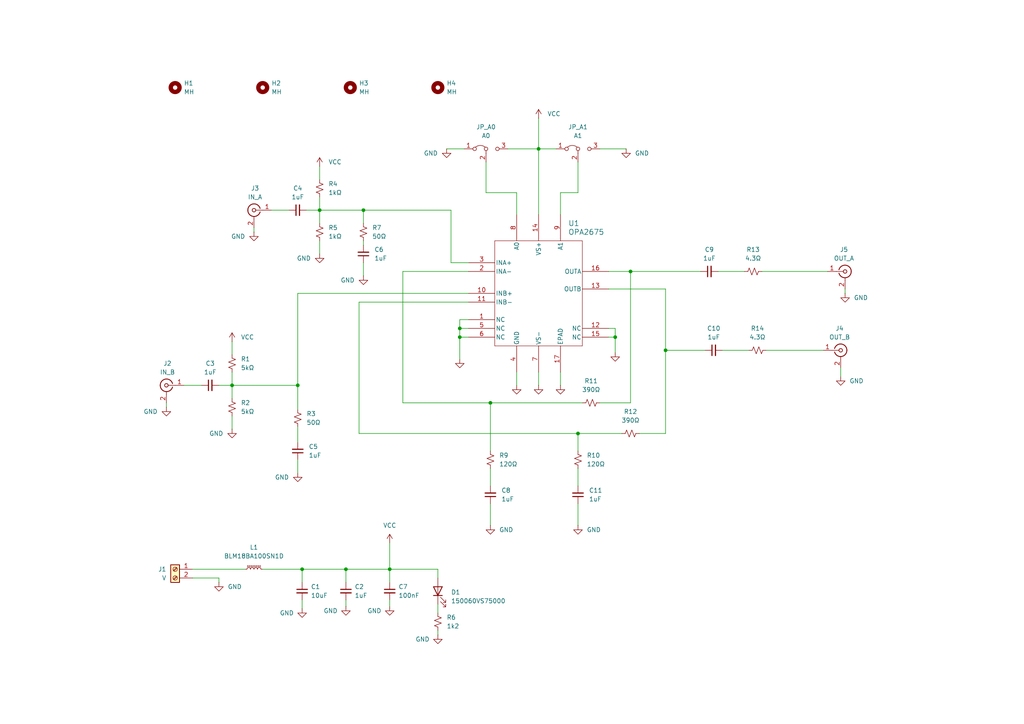
<source format=kicad_sch>
(kicad_sch (version 20231120) (generator "eeschema") (generator_version "8.0")
  (paper "A4")
  (lib_symbols
    (symbol "Connector:Conn_Coaxial" (pin_names (offset 1.016) hide)
      (property "Reference" "J" (at 0.254 3.048 0))
      (property "Value" "Conn_Coaxial" (at 2.921 0 90))
      (symbol "Conn_Coaxial_0_1"
        (arc (start -1.778 -0.508) (mid 0.2311 -1.8066) (end 1.778 0) (stroke (width 0.254)))
        (polyline (pts (xy -2.54 0) (xy -0.508 0)))
        (polyline (pts (xy 0 -2.54) (xy 0 -1.778)))
        (circle (center 0 0) (radius 0.508) (stroke (width 0.2032)))
        (arc (start 1.778 0) (mid 0.2099 1.8101) (end -1.778 0.508) (stroke (width 0.254)))
      )
      (symbol "Conn_Coaxial_1_1"
        (pin passive line (at -5.08 0 0) (length 2.54) (name "In") (number "1"))
        (pin passive line (at 0 -5.08 90) (length 2.54) (name "Ext") (number "2"))
      )
    )
    (symbol "Connector:Screw_Terminal_01x02" (pin_names (offset 1.016) hide)
      (property "Reference" "J" (at 0 2.54 0))
      (property "Value" "Screw_Terminal_01x02" (at 0 -5.08 0))
      (symbol "Screw_Terminal_01x02_1_1"
        (rectangle (start -1.27 1.27) (end 1.27 -3.81) (stroke (width 0.254)) (fill (type background)))
        (circle (center 0 -2.54) (radius 0.635) (stroke (width 0.1524)))
        (polyline (pts (xy -0.5334 -2.2098) (xy 0.3302 -3.048)) (stroke (width 0.1524)))
        (polyline (pts (xy -0.5334 0.3302) (xy 0.3302 -0.508)) (stroke (width 0.1524)))
        (polyline (pts (xy -0.3556 -2.032) (xy 0.508 -2.8702)) (stroke (width 0.1524)))
        (polyline (pts (xy -0.3556 0.508) (xy 0.508 -0.3302)) (stroke (width 0.1524)))
        (circle (center 0 0) (radius 0.635) (stroke (width 0.1524)))
        (pin passive line (at -5.08 0 0) (length 3.81) (name "Pin_1") (number "1"))
        (pin passive line (at -5.08 -2.54 0) (length 3.81) (name "Pin_2") (number "2"))
      )
    )
    (symbol "Device:C_Small" (pin_numbers hide) (pin_names (offset 0.254) hide)
      (property "Reference" "C" (at 0.254 1.778 0))
      (property "Value" "C_Small" (at 0.254 -2.032 0))
      (symbol "C_Small_0_1"
        (polyline (pts (xy -1.524 -0.508) (xy 1.524 -0.508)) (stroke (width 0.3302)))
        (polyline (pts (xy -1.524 0.508) (xy 1.524 0.508)) (stroke (width 0.3048)))
      )
      (symbol "C_Small_1_1"
        (pin passive line (at 0 2.54 270) (length 2.032) (name "~") (number "1"))
        (pin passive line (at 0 -2.54 90) (length 2.032) (name "~") (number "2"))
      )
    )
    (symbol "Device:LED" (pin_numbers hide) (pin_names (offset 1.016) hide)
      (property "Reference" "D" (at 0 2.54 0))
      (property "Value" "LED" (at 0 -2.54 0))
      (symbol "LED_0_1"
        (polyline (pts (xy -1.27 -1.27) (xy -1.27 1.27)) (stroke (width 0.254)))
        (polyline (pts (xy -1.27 0) (xy 1.27 0)))
        (polyline (pts (xy 1.27 -1.27) (xy 1.27 1.27) (xy -1.27 0) (xy 1.27 -1.27)) (stroke (width 0.254)))
        (polyline (pts (xy -3.048 -0.762) (xy -4.572 -2.286) (xy -3.81 -2.286) (xy -4.572 -2.286) (xy -4.572 -1.524)))
        (polyline (pts (xy -1.778 -0.762) (xy -3.302 -2.286) (xy -2.54 -2.286) (xy -3.302 -2.286) (xy -3.302 -1.524)))
      )
      (symbol "LED_1_1"
        (pin passive line (at -3.81 0 0) (length 2.54) (name "K") (number "1"))
        (pin passive line (at 3.81 0 180) (length 2.54) (name "A") (number "2"))
      )
    )
    (symbol "Device:L_Ferrite_Small" (pin_numbers hide) (pin_names (offset 0.254) hide)
      (property "Reference" "L" (at 1.27 1.016 0))
      (property "Value" "L_Ferrite_Small" (at 1.27 -1.27 0))
      (symbol "L_Ferrite_Small_0_1"
        (arc (start 0 -2.032) (mid 0.5058 -1.524) (end 0 -1.016))
        (arc (start 0 -1.016) (mid 0.5058 -0.508) (end 0 0))
        (polyline (pts (xy 0.762 -1.905) (xy 0.762 -1.651)))
        (polyline (pts (xy 0.762 -1.397) (xy 0.762 -1.143)))
        (polyline (pts (xy 0.762 -0.889) (xy 0.762 -0.635)))
        (polyline (pts (xy 0.762 -0.381) (xy 0.762 -0.127)))
        (polyline (pts (xy 0.762 0.127) (xy 0.762 0.381)))
        (polyline (pts (xy 0.762 0.635) (xy 0.762 0.889)))
        (polyline (pts (xy 0.762 1.143) (xy 0.762 1.397)))
        (polyline (pts (xy 0.762 1.651) (xy 0.762 1.905)))
        (polyline (pts (xy 1.016 -1.651) (xy 1.016 -1.905)))
        (polyline (pts (xy 1.016 -1.143) (xy 1.016 -1.397)))
        (polyline (pts (xy 1.016 -0.635) (xy 1.016 -0.889)))
        (polyline (pts (xy 1.016 -0.127) (xy 1.016 -0.381)))
        (polyline (pts (xy 1.016 0.381) (xy 1.016 0.127)))
        (polyline (pts (xy 1.016 0.889) (xy 1.016 0.635)))
        (polyline (pts (xy 1.016 1.397) (xy 1.016 1.143)))
        (polyline (pts (xy 1.016 1.905) (xy 1.016 1.651)))
        (arc (start 0 0) (mid 0.5058 0.508) (end 0 1.016))
        (arc (start 0 1.016) (mid 0.5058 1.524) (end 0 2.032))
      )
      (symbol "L_Ferrite_Small_1_1"
        (pin passive line (at 0 2.54 270) (length 0.508) (name "~") (number "1"))
        (pin passive line (at 0 -2.54 90) (length 0.508) (name "~") (number "2"))
      )
    )
    (symbol "Device:R_Small_US" (pin_numbers hide) (pin_names (offset 0.254) hide)
      (property "Reference" "R" (at 0.762 0.508 0))
      (property "Value" "R_Small_US" (at 0.762 -1.016 0))
      (symbol "R_Small_US_1_1"
        (polyline (pts (xy 0 0) (xy 1.016 -0.381) (xy 0 -0.762) (xy -1.016 -1.143) (xy 0 -1.524)))
        (polyline (pts (xy 0 1.524) (xy 1.016 1.143) (xy 0 0.762) (xy -1.016 0.381) (xy 0 0)))
        (pin passive line (at 0 2.54 270) (length 1.016) (name "~") (number "1"))
        (pin passive line (at 0 -2.54 90) (length 1.016) (name "~") (number "2"))
      )
    )
    (symbol "Jumper:Jumper_3_Bridged12" (pin_names (offset 0) hide) (exclude_from_sim yes) (in_bom no)
      (property "Reference" "JP" (at -2.54 -2.54 0))
      (property "Value" "Jumper_3_Bridged12" (at 0 2.794 0))
      (symbol "Jumper_3_Bridged12_0_0"
        (circle (center -3.302 0) (radius 0.508))
        (circle (center 0 0) (radius 0.508))
        (circle (center 3.302 0) (radius 0.508))
      )
      (symbol "Jumper_3_Bridged12_0_1"
        (arc (start -0.254 0.508) (mid -1.651 0.9912) (end -3.048 0.508))
        (polyline (pts (xy 0 -1.27) (xy 0 -0.508)))
      )
      (symbol "Jumper_3_Bridged12_1_1"
        (pin passive line (at -6.35 0 0) (length 2.54) (name "A") (number "1"))
        (pin passive line (at 0 -3.81 90) (length 2.54) (name "C") (number "2"))
        (pin passive line (at 6.35 0 180) (length 2.54) (name "B") (number "3"))
      )
    )
    (symbol "Lumicom_Transmitter:OPA2675" (pin_names (offset 0.254))
      (property "Reference" "U1" (at 21.2741 5.08 0))
      (property "Value" "OPA2675" (at 21.2741 2.54 0))
      (symbol "OPA2675_0_1"
        (polyline (pts (xy 0 -30.48) (xy 25.4 -30.48)) (stroke (width 0.127)))
        (polyline (pts (xy 0 0) (xy 0 -30.48)) (stroke (width 0.127)))
        (polyline (pts (xy 25.4 -30.48) (xy 25.4 0)) (stroke (width 0.127)))
        (polyline (pts (xy 25.4 0) (xy 0 0)) (stroke (width 0.127)))
        (pin input line (at -7.62 -15.24 0) (length 7.62) (name "INB+") (number "10"))
        (pin input line (at -7.62 -17.78 0) (length 7.62) (name "INB-") (number "11"))
        (pin output line (at 33.02 -13.97 180) (length 7.62) (name "OUTB") (number "13"))
        (pin power_in line (at 12.7 7.62 270) (length 7.62) (name "VS+") (number "14"))
        (pin output line (at 33.02 -8.89 180) (length 7.62) (name "OUTA") (number "16"))
        (pin unspecified line (at 19.05 -38.1 90) (length 7.62) (name "EPAD") (number "17"))
        (pin input line (at -7.62 -8.89 0) (length 7.62) (name "INA-") (number "2"))
        (pin input line (at -7.62 -6.35 0) (length 7.62) (name "INA+") (number "3"))
        (pin power_in line (at 6.35 -38.1 90) (length 7.62) (name "GND") (number "4"))
        (pin power_in line (at 12.7 -38.1 90) (length 7.62) (name "VS-") (number "7"))
        (pin input line (at 6.35 7.62 270) (length 7.62) (name "A0") (number "8"))
        (pin input line (at 19.05 7.62 270) (length 7.62) (name "A1") (number "9"))
      )
      (symbol "OPA2675_1_1"
        (pin unspecified line (at -7.62 -22.86 0) (length 7.62) (name "NC") (number "1"))
        (pin unspecified line (at 33.02 -25.4 180) (length 7.62) (name "NC") (number "12"))
        (pin unspecified line (at 33.02 -27.94 180) (length 7.62) (name "NC") (number "15"))
        (pin unspecified line (at -7.62 -25.4 0) (length 7.62) (name "NC") (number "5"))
        (pin unspecified line (at -7.62 -27.94 0) (length 7.62) (name "NC") (number "6"))
      )
    )
    (symbol "Mechanical:MountingHole" (pin_names (offset 1.016)) (exclude_from_sim yes) (in_bom no)
      (property "Reference" "H" (at 0 5.08 0))
      (property "Value" "MountingHole" (at 0 3.175 0))
      (symbol "MountingHole_0_1"
        (circle (center 0 0) (radius 1.27) (stroke (width 1.27)))
      )
    )
    (symbol "power:GND" (power) (pin_numbers hide) (pin_names (offset 0) hide)
      (property "Value" "GND" (at 0 -3.81 0))
      (symbol "GND_0_1"
        (polyline (pts (xy 0 0) (xy 0 -1.27) (xy 1.27 -1.27) (xy 0 -2.54) (xy -1.27 -1.27) (xy 0 -1.27)))
      )
      (symbol "GND_1_1"
        (pin power_in line (at 0 0 270) (length 0) (name "~") (number "1"))
      )
    )
    (symbol "power:VCC" (power) (pin_numbers hide) (pin_names (offset 0) hide)
      (property "Value" "VCC" (at 0 3.556 0))
      (symbol "VCC_0_1"
        (polyline (pts (xy -0.762 1.27) (xy 0 2.54)))
        (polyline (pts (xy 0 0) (xy 0 2.54)))
        (polyline (pts (xy 0 2.54) (xy 0.762 1.27)))
      )
      (symbol "VCC_1_1"
        (pin power_in line (at 0 0 90) (length 0) (name "~") (number "1"))
      )
    )
  )
  (junction (at 142.24 116.84))
  (junction (at 193.04 101.6))
  (junction (at 178.435 97.79))
  (junction (at 67.31 111.76))
  (junction (at 182.88 78.74))
  (junction (at 133.35 97.79))
  (junction (at 100.33 165.1))
  (junction (at 86.36 111.76))
  (junction (at 156.21 43.18))
  (junction (at 133.35 95.25))
  (junction (at 105.41 60.96))
  (junction (at 87.63 165.1))
  (junction (at 92.71 60.96))
  (junction (at 113.03 165.1))
  (junction (at 167.64 125.73))
  (wire (pts (xy 73.66 66.04) (xy 73.66 67.31)))
  (wire (pts (xy 63.5 167.64) (xy 63.5 168.91)))
  (wire (pts (xy 86.36 85.09) (xy 135.89 85.09)))
  (wire (pts (xy 129.54 43.18) (xy 134.62 43.18)))
  (wire (pts (xy 127 167.64) (xy 127 165.1)))
  (wire (pts (xy 178.435 97.79) (xy 178.435 102.235)))
  (wire (pts (xy 133.35 95.25) (xy 133.35 97.79)))
  (wire (pts (xy 142.24 146.05) (xy 142.24 152.4)))
  (wire (pts (xy 86.36 133.35) (xy 86.36 137.16)))
  (wire (pts (xy 92.71 57.15) (xy 92.71 60.96)))
  (wire (pts (xy 193.04 83.82) (xy 193.04 101.6)))
  (wire (pts (xy 135.89 97.79) (xy 133.35 97.79)))
  (wire (pts (xy 86.36 111.76) (xy 86.36 85.09)))
  (wire (pts (xy 86.36 111.76) (xy 86.36 118.745)))
  (wire (pts (xy 149.86 55.88) (xy 149.86 62.23)))
  (wire (pts (xy 156.21 34.29) (xy 156.21 43.18)))
  (wire (pts (xy 87.63 173.99) (xy 87.63 176.53)))
  (wire (pts (xy 168.91 116.84) (xy 142.24 116.84)))
  (wire (pts (xy 92.71 60.96) (xy 105.41 60.96)))
  (wire (pts (xy 167.64 125.73) (xy 180.34 125.73)))
  (wire (pts (xy 149.86 107.95) (xy 149.86 111.76)))
  (wire (pts (xy 193.04 125.73) (xy 185.42 125.73)))
  (wire (pts (xy 140.97 55.88) (xy 140.97 46.99)))
  (wire (pts (xy 162.56 55.88) (xy 162.56 62.23)))
  (wire (pts (xy 116.84 116.84) (xy 142.24 116.84)))
  (wire (pts (xy 105.41 69.85) (xy 105.41 71.12)))
  (wire (pts (xy 156.21 43.18) (xy 161.29 43.18)))
  (wire (pts (xy 127 165.1) (xy 113.03 165.1)))
  (wire (pts (xy 116.84 78.74) (xy 135.89 78.74)))
  (wire (pts (xy 104.14 87.63) (xy 135.89 87.63)))
  (wire (pts (xy 243.84 106.68) (xy 243.84 109.22)))
  (wire (pts (xy 193.04 101.6) (xy 193.04 125.73)))
  (wire (pts (xy 156.21 43.18) (xy 156.21 62.23)))
  (wire (pts (xy 167.64 125.73) (xy 167.64 130.81)))
  (wire (pts (xy 135.89 92.71) (xy 133.35 92.71)))
  (wire (pts (xy 127 184.15) (xy 127 182.88)))
  (wire (pts (xy 116.84 78.74) (xy 116.84 116.84)))
  (wire (pts (xy 105.41 76.2) (xy 105.41 80.01)))
  (wire (pts (xy 67.31 111.76) (xy 86.36 111.76)))
  (wire (pts (xy 167.64 135.89) (xy 167.64 140.97)))
  (wire (pts (xy 55.88 167.64) (xy 63.5 167.64)))
  (wire (pts (xy 67.31 107.95) (xy 67.31 111.76)))
  (wire (pts (xy 76.2 165.1) (xy 87.63 165.1)))
  (wire (pts (xy 147.32 43.18) (xy 156.21 43.18)))
  (wire (pts (xy 176.53 95.25) (xy 178.435 95.25)))
  (wire (pts (xy 130.81 60.96) (xy 130.81 76.2)))
  (wire (pts (xy 92.71 64.77) (xy 92.71 60.96)))
  (wire (pts (xy 142.24 135.89) (xy 142.24 140.97)))
  (wire (pts (xy 67.31 99.06) (xy 67.31 102.87)))
  (wire (pts (xy 193.04 83.82) (xy 176.53 83.82)))
  (wire (pts (xy 105.41 64.77) (xy 105.41 60.96)))
  (wire (pts (xy 55.88 165.1) (xy 71.12 165.1)))
  (wire (pts (xy 88.9 60.96) (xy 92.71 60.96)))
  (wire (pts (xy 133.35 95.25) (xy 135.89 95.25)))
  (wire (pts (xy 105.41 60.96) (xy 130.81 60.96)))
  (wire (pts (xy 167.64 146.05) (xy 167.64 152.4)))
  (wire (pts (xy 100.33 165.1) (xy 113.03 165.1)))
  (wire (pts (xy 220.98 78.74) (xy 240.03 78.74)))
  (wire (pts (xy 127 177.8) (xy 127 175.26)))
  (wire (pts (xy 100.33 173.99) (xy 100.33 175.895)))
  (wire (pts (xy 181.61 43.18) (xy 173.99 43.18)))
  (wire (pts (xy 176.53 97.79) (xy 178.435 97.79)))
  (wire (pts (xy 182.88 78.74) (xy 203.2 78.74)))
  (wire (pts (xy 162.56 107.95) (xy 162.56 111.76)))
  (wire (pts (xy 182.88 78.74) (xy 182.88 116.84)))
  (wire (pts (xy 162.56 55.88) (xy 167.64 55.88)))
  (wire (pts (xy 53.34 111.76) (xy 58.42 111.76)))
  (wire (pts (xy 63.5 111.76) (xy 67.31 111.76)))
  (wire (pts (xy 48.26 116.84) (xy 48.26 118.11)))
  (wire (pts (xy 87.63 165.1) (xy 100.33 165.1)))
  (wire (pts (xy 92.71 48.26) (xy 92.71 52.07)))
  (wire (pts (xy 100.33 168.91) (xy 100.33 165.1)))
  (wire (pts (xy 245.11 83.82) (xy 245.11 85.09)))
  (wire (pts (xy 217.17 101.6) (xy 209.55 101.6)))
  (wire (pts (xy 133.35 97.79) (xy 133.35 104.14)))
  (wire (pts (xy 67.31 120.65) (xy 67.31 124.46)))
  (wire (pts (xy 67.31 115.57) (xy 67.31 111.76)))
  (wire (pts (xy 92.71 69.85) (xy 92.71 73.66)))
  (wire (pts (xy 104.14 87.63) (xy 104.14 125.73)))
  (wire (pts (xy 182.88 116.84) (xy 173.99 116.84)))
  (wire (pts (xy 78.74 60.96) (xy 83.82 60.96)))
  (wire (pts (xy 113.03 157.48) (xy 113.03 165.1)))
  (wire (pts (xy 182.88 78.74) (xy 176.53 78.74)))
  (wire (pts (xy 208.28 78.74) (xy 215.9 78.74)))
  (wire (pts (xy 178.435 95.25) (xy 178.435 97.79)))
  (wire (pts (xy 167.64 55.88) (xy 167.64 46.99)))
  (wire (pts (xy 104.14 125.73) (xy 167.64 125.73)))
  (wire (pts (xy 86.36 123.825) (xy 86.36 128.27)))
  (wire (pts (xy 149.86 55.88) (xy 140.97 55.88)))
  (wire (pts (xy 222.25 101.6) (xy 238.76 101.6)))
  (wire (pts (xy 87.63 165.1) (xy 87.63 168.91)))
  (wire (pts (xy 156.21 107.95) (xy 156.21 111.76)))
  (wire (pts (xy 113.03 173.99) (xy 113.03 175.895)))
  (wire (pts (xy 130.81 76.2) (xy 135.89 76.2)))
  (wire (pts (xy 133.35 92.71) (xy 133.35 95.25)))
  (wire (pts (xy 142.24 116.84) (xy 142.24 130.81)))
  (wire (pts (xy 204.47 101.6) (xy 193.04 101.6)))
  (wire (pts (xy 113.03 168.91) (xy 113.03 165.1)))
  (symbol (lib_id "Jumper:Jumper_3_Bridged12") (at 140.97 43.18 0) (unit 1) (exclude_from_sim yes) (in_bom no)
    (property "Reference" "JP_A0" (at 140.97 36.83 0))
    (property "Value" "A0" (at 140.97 39.37 0))
    (property "Footprint" "Connector_PinHeader_2.54mm:PinHeader_1x03_P2.54mm_Vertical" (effects (hide yes)))
    (property "Description" "Jumper, 3-pole, pins 1+2 closed/bridged" (effects (hide yes)))
  )
  (symbol (lib_id "power:VCC") (at 67.31 99.06 0) (unit 1)
    (property "Reference" "#PWR06" (effects (hide yes)))
    (property "Value" "VCC" (at 69.85 97.7899 0) (effects (justify left)))
    (property "Description" "Power symbol creates a global label with name \"VCC\"" (effects (hide yes)))
  )
  (symbol (lib_id "Device:C_Small") (at 86.36 60.96 90) (unit 1)
    (property "Reference" "C4" (at 86.3663 54.61 90))
    (property "Value" "1uF" (at 86.3663 57.15 90))
    (property "Footprint" "Capacitor_SMD:C_0603_1608Metric" (effects (hide yes)))
    (property "Description" "Unpolarized capacitor, small symbol" (effects (hide yes)))
    (property "LCSC" "C19702" (effects (hide yes)))
  )
  (symbol (lib_id "Connector:Conn_Coaxial") (at 245.11 78.74 0) (unit 1) (exclude_from_sim yes) (in_bom no)
    (property "Reference" "J5" (at 244.7926 72.39 0))
    (property "Value" "OUT_A" (at 244.7926 74.93 0))
    (property "Footprint" "LumiCom_Transmitter:RFSOLUTIONS_CON-SMA-EDGE-S" (effects (hide yes)))
    (property "Datasheet" " ~" (effects (hide yes)))
    (property "Description" "coaxial connector (BNC, SMA, SMB, SMC, Cinch/RCA, LEMO, ...)" (effects (hide yes)))
  )
  (symbol (lib_id "power:GND") (at 86.36 137.16 0) (unit 1)
    (property "Reference" "#PWR09" (effects (hide yes)))
    (property "Value" "GND" (at 83.82 138.4299 0) (effects (justify right)))
    (property "Description" "Power symbol creates a global label with name \"GND\" , ground" (effects (hide yes)))
  )
  (symbol (lib_id "Device:R_Small_US") (at 92.71 67.31 0) (unit 1)
    (property "Reference" "R5" (at 95.25 66.0399 0) (effects (justify left)))
    (property "Value" "1kΩ" (at 95.25 68.5799 0) (effects (justify left)))
    (property "Footprint" "Resistor_SMD:R_0603_1608Metric" (effects (hide yes)))
    (property "Description" "Resistor, small US symbol" (effects (hide yes)))
    (property "LCSC" "C21190" (effects (hide yes)))
  )
  (symbol (lib_id "Device:L_Ferrite_Small") (at 73.66 165.1 90) (unit 1)
    (property "Reference" "L1" (at 73.66 158.75 90))
    (property "Value" "BLM18BA100SN1D" (at 73.66 161.29 90))
    (property "Footprint" "Inductor_SMD:L_0603_1608Metric_Pad1.05x0.95mm_HandSolder" (effects (hide yes)))
    (property "Description" "Inductor with ferrite core, small symbol" (effects (hide yes)))
  )
  (symbol (lib_id "power:GND") (at 178.435 102.235 0) (unit 1)
    (property "Reference" "#PWR023" (effects (hide yes)))
    (property "Value" "GND" (effects (hide yes)))
    (property "Description" "Power symbol creates a global label with name \"GND\" , ground" (effects (hide yes)))
  )
  (symbol (lib_id "power:GND") (at 156.21 111.76 0) (unit 1)
    (property "Reference" "#PWR020" (effects (hide yes)))
    (property "Value" "GND" (effects (hide yes)))
    (property "Description" "Power symbol creates a global label with name \"GND\" , ground" (effects (hide yes)))
  )
  (symbol (lib_id "Device:C_Small") (at 167.64 143.51 180) (unit 1)
    (property "Reference" "C11" (at 170.815 142.2335 0) (effects (justify right)))
    (property "Value" "1uF" (at 170.815 144.7735 0) (effects (justify right)))
    (property "Footprint" "Capacitor_SMD:C_0603_1608Metric" (effects (hide yes)))
    (property "Description" "Unpolarized capacitor, small symbol" (effects (hide yes)))
    (property "LCSC" "C19702" (effects (hide yes)))
  )
  (symbol (lib_id "Device:R_Small_US") (at 167.64 133.35 180) (unit 1)
    (property "Reference" "R10" (at 170.18 132.0799 0) (effects (justify right)))
    (property "Value" "120Ω" (at 170.18 134.6199 0) (effects (justify right)))
    (property "Footprint" "Resistor_SMD:R_0603_1608Metric" (effects (hide yes)))
    (property "Description" "Resistor, small US symbol" (effects (hide yes)))
    (property "LCSC" "C22787" (effects (hide yes)))
  )
  (symbol (lib_id "power:VCC") (at 92.71 48.26 0) (unit 1)
    (property "Reference" "#PWR010" (effects (hide yes)))
    (property "Value" "VCC" (at 95.25 46.9899 0) (effects (justify left)))
    (property "Description" "Power symbol creates a global label with name \"VCC\"" (effects (hide yes)))
  )
  (symbol (lib_id "power:GND") (at 167.64 152.4 0) (unit 1)
    (property "Reference" "#PWR022" (effects (hide yes)))
    (property "Value" "GND" (at 170.18 153.6699 0) (effects (justify left)))
    (property "Description" "Power symbol creates a global label with name \"GND\" , ground" (effects (hide yes)))
  )
  (symbol (lib_id "Connector:Conn_Coaxial") (at 48.26 111.76 0) (mirror y) (unit 1) (exclude_from_sim yes) (in_bom no)
    (property "Reference" "J2" (at 48.5774 105.41 0))
    (property "Value" "IN_B" (at 48.5774 107.95 0))
    (property "Footprint" "LumiCom_Transmitter:RFSOLUTIONS_CON-SMA-EDGE-S" (effects (hide yes)))
    (property "Datasheet" " ~" (effects (hide yes)))
    (property "Description" "coaxial connector (BNC, SMA, SMB, SMC, Cinch/RCA, LEMO, ...)" (effects (hide yes)))
  )
  (symbol (lib_id "Device:R_Small_US") (at 105.41 67.31 0) (unit 1)
    (property "Reference" "R7" (at 107.95 66.0399 0) (effects (justify left)))
    (property "Value" "50Ω" (at 107.95 68.5799 0) (effects (justify left)))
    (property "Footprint" "Resistor_SMD:R_0603_1608Metric" (effects (hide yes)))
    (property "Description" "Resistor, small US symbol" (effects (hide yes)))
    (property "LCSC" "C23185" (effects (hide yes)))
  )
  (symbol (lib_id "Lumicom_Transmitter:OPA2675") (at 143.51 69.85 0) (unit 1)
    (property "Reference" "U1" (at 164.7841 64.77 0) (effects (font (size 1.524 1.524)) (justify left)))
    (property "Value" "OPA2675" (at 164.7841 67.31 0) (effects (font (size 1.524 1.524)) (justify left)))
    (property "Footprint" "Package_DFN_QFN:Texas_RGV0016A_VQFN-16-1EP_4x4mm_P0.65mm_EP2.1x2.1mm_ThermalVias" (effects (hide yes)))
    (property "Datasheet" "OPA2675RGVR" (effects (hide yes)))
    (property "LCSC" "C19711669" (effects (hide yes)))
  )
  (symbol (lib_id "Device:C_Small") (at 113.03 171.45 0) (unit 1)
    (property "Reference" "C7" (at 115.57 170.1862 0) (effects (justify left)))
    (property "Value" "100nF" (at 115.57 172.7262 0) (effects (justify left)))
    (property "Footprint" "Capacitor_SMD:C_0603_1608Metric_Pad1.08x0.95mm_HandSolder" (effects (hide yes)))
    (property "Description" "Unpolarized capacitor, small symbol" (effects (hide yes)))
  )
  (symbol (lib_id "power:GND") (at 105.41 80.01 0) (unit 1)
    (property "Reference" "#PWR012" (effects (hide yes)))
    (property "Value" "GND" (at 102.87 81.2799 0) (effects (justify right)))
    (property "Description" "Power symbol creates a global label with name \"GND\" , ground" (effects (hide yes)))
  )
  (symbol (lib_id "power:GND") (at 162.56 111.76 0) (unit 1)
    (property "Reference" "#PWR021" (effects (hide yes)))
    (property "Value" "GND" (effects (hide yes)))
    (property "Description" "Power symbol creates a global label with name \"GND\" , ground" (effects (hide yes)))
  )
  (symbol (lib_id "Device:C_Small") (at 105.41 73.66 180) (unit 1)
    (property "Reference" "C6" (at 108.585 72.3835 0) (effects (justify right)))
    (property "Value" "1uF" (at 108.585 74.9235 0) (effects (justify right)))
    (property "Footprint" "Capacitor_SMD:C_0603_1608Metric" (effects (hide yes)))
    (property "Description" "Unpolarized capacitor, small symbol" (effects (hide yes)))
    (property "LCSC" "C19702" (effects (hide yes)))
  )
  (symbol (lib_id "Connector:Screw_Terminal_01x02") (at 50.8 165.1 0) (mirror y) (unit 1)
    (property "Reference" "J1" (at 48.26 165.0999 0) (effects (justify left)))
    (property "Value" "V" (at 48.26 167.6399 0) (effects (justify left)))
    (property "Footprint" "TerminalBlock_Phoenix:TerminalBlock_Phoenix_MPT-0,5-2-2.54_1x02_P2.54mm_Horizontal" (effects (hide yes)))
    (property "Description" "Generic screw terminal, single row, 01x02, script generated (kicad-library-utils/schlib/autogen/connector/)" (effects (hide yes)))
  )
  (symbol (lib_id "power:GND") (at 63.5 168.91 0) (unit 1)
    (property "Reference" "#PWR01" (effects (hide yes)))
    (property "Value" "GND" (at 66.04 170.1799 0) (effects (justify left)))
    (property "Description" "Power symbol creates a global label with name \"GND\" , ground" (effects (hide yes)))
  )
  (symbol (lib_id "Mechanical:MountingHole") (at 76.2 25.4 0) (unit 1) (exclude_from_sim yes) (in_bom no)
    (property "Reference" "H2" (at 78.74 24.1299 0) (effects (justify left)))
    (property "Value" "MH" (at 78.74 26.6699 0) (effects (justify left)))
    (property "Footprint" "MountingHole:MountingHole_3.2mm_M3_ISO7380" (effects (hide yes)))
    (property "Description" "Mounting Hole without connection" (effects (hide yes)))
  )
  (symbol (lib_id "Device:C_Small") (at 60.96 111.76 90) (unit 1)
    (property "Reference" "C3" (at 60.9663 105.41 90))
    (property "Value" "1uF" (at 60.9663 107.95 90))
    (property "Footprint" "Capacitor_SMD:C_0603_1608Metric" (effects (hide yes)))
    (property "Description" "Unpolarized capacitor, small symbol" (effects (hide yes)))
    (property "LCSC" "C19702" (effects (hide yes)))
  )
  (symbol (lib_id "Device:R_Small_US") (at 67.31 118.11 0) (unit 1)
    (property "Reference" "R2" (at 69.85 116.8399 0) (effects (justify left)))
    (property "Value" "5kΩ" (at 69.85 119.3799 0) (effects (justify left)))
    (property "Footprint" "Resistor_SMD:R_0603_1608Metric" (effects (hide yes)))
    (property "Description" "Resistor, small US symbol" (effects (hide yes)))
    (property "LCSC" "C21190" (effects (hide yes)))
  )
  (symbol (lib_id "power:GND") (at 67.31 124.46 0) (unit 1)
    (property "Reference" "#PWR07" (effects (hide yes)))
    (property "Value" "GND" (at 64.77 125.7299 0) (effects (justify right)))
    (property "Description" "Power symbol creates a global label with name \"GND\" , ground" (effects (hide yes)))
  )
  (symbol (lib_id "Device:C_Small") (at 142.24 143.51 180) (unit 1)
    (property "Reference" "C8" (at 145.415 142.2335 0) (effects (justify right)))
    (property "Value" "1uF" (at 145.415 144.7735 0) (effects (justify right)))
    (property "Footprint" "Capacitor_SMD:C_0603_1608Metric" (effects (hide yes)))
    (property "Description" "Unpolarized capacitor, small symbol" (effects (hide yes)))
    (property "LCSC" "C19702" (effects (hide yes)))
  )
  (symbol (lib_id "Device:R_Small_US") (at 67.31 105.41 0) (unit 1)
    (property "Reference" "R1" (at 69.85 104.1399 0) (effects (justify left)))
    (property "Value" "5kΩ" (at 69.85 106.6799 0) (effects (justify left)))
    (property "Footprint" "Resistor_SMD:R_0603_1608Metric" (effects (hide yes)))
    (property "Description" "Resistor, small US symbol" (effects (hide yes)))
    (property "LCSC" "C21190" (effects (hide yes)))
  )
  (symbol (lib_id "Device:C_Small") (at 205.74 78.74 90) (unit 1)
    (property "Reference" "C9" (at 205.7463 72.39 90))
    (property "Value" "1uF" (at 205.7463 74.93 90))
    (property "Footprint" "Capacitor_SMD:C_0603_1608Metric" (effects (hide yes)))
    (property "Description" "Unpolarized capacitor, small symbol" (effects (hide yes)))
    (property "LCSC" "C14663" (effects (hide yes)))
  )
  (symbol (lib_id "power:GND") (at 113.03 175.895 0) (unit 1)
    (property "Reference" "#PWR014" (effects (hide yes)))
    (property "Value" "GND" (at 108.585 177.165 0))
    (property "Description" "Power symbol creates a global label with name \"GND\" , ground" (effects (hide yes)))
  )
  (symbol (lib_id "Device:C_Small") (at 100.33 171.45 0) (unit 1)
    (property "Reference" "C2" (at 102.87 170.1862 0) (effects (justify left)))
    (property "Value" "1uF" (at 102.87 172.7262 0) (effects (justify left)))
    (property "Footprint" "Capacitor_SMD:C_0603_1608Metric_Pad1.08x0.95mm_HandSolder" (effects (hide yes)))
    (property "Description" "Unpolarized capacitor, small symbol" (effects (hide yes)))
  )
  (symbol (lib_id "power:GND") (at 243.84 109.22 0) (unit 1)
    (property "Reference" "#PWR025" (effects (hide yes)))
    (property "Value" "GND" (at 246.38 110.4899 0) (effects (justify left)))
    (property "Description" "Power symbol creates a global label with name \"GND\" , ground" (effects (hide yes)))
  )
  (symbol (lib_id "power:GND") (at 87.63 176.53 0) (unit 1)
    (property "Reference" "#PWR02" (effects (hide yes)))
    (property "Value" "GND" (at 83.185 177.8 0))
    (property "Description" "Power symbol creates a global label with name \"GND\" , ground" (effects (hide yes)))
  )
  (symbol (lib_id "power:GND") (at 92.71 73.66 0) (unit 1)
    (property "Reference" "#PWR011" (effects (hide yes)))
    (property "Value" "GND" (at 90.17 74.9299 0) (effects (justify right)))
    (property "Description" "Power symbol creates a global label with name \"GND\" , ground" (effects (hide yes)))
  )
  (symbol (lib_id "Device:C_Small") (at 207.01 101.6 90) (unit 1)
    (property "Reference" "C10" (at 207.0163 95.25 90))
    (property "Value" "1uF" (at 207.0163 97.79 90))
    (property "Footprint" "Capacitor_SMD:C_0603_1608Metric" (effects (hide yes)))
    (property "Description" "Unpolarized capacitor, small symbol" (effects (hide yes)))
    (property "LCSC" "C14663" (effects (hide yes)))
  )
  (symbol (lib_id "Device:R_Small_US") (at 92.71 54.61 0) (unit 1)
    (property "Reference" "R4" (at 95.25 53.3399 0) (effects (justify left)))
    (property "Value" "1kΩ" (at 95.25 55.8799 0) (effects (justify left)))
    (property "Footprint" "Resistor_SMD:R_0603_1608Metric" (effects (hide yes)))
    (property "Description" "Resistor, small US symbol" (effects (hide yes)))
    (property "LCSC" "C21190" (effects (hide yes)))
  )
  (symbol (lib_id "Connector:Conn_Coaxial") (at 243.84 101.6 0) (unit 1) (exclude_from_sim yes) (in_bom no)
    (property "Reference" "J4" (at 243.5226 95.25 0))
    (property "Value" "OUT_B" (at 243.5226 97.79 0))
    (property "Footprint" "LumiCom_Transmitter:RFSOLUTIONS_CON-SMA-EDGE-S" (effects (hide yes)))
    (property "Datasheet" " ~" (effects (hide yes)))
    (property "Description" "coaxial connector (BNC, SMA, SMB, SMC, Cinch/RCA, LEMO, ...)" (effects (hide yes)))
  )
  (symbol (lib_id "Mechanical:MountingHole") (at 50.8 25.4 0) (unit 1) (exclude_from_sim yes) (in_bom no)
    (property "Reference" "H1" (at 53.34 24.1299 0) (effects (justify left)))
    (property "Value" "MH" (at 53.34 26.6699 0) (effects (justify left)))
    (property "Footprint" "MountingHole:MountingHole_3.2mm_M3_ISO7380" (effects (hide yes)))
    (property "Description" "Mounting Hole without connection" (effects (hide yes)))
  )
  (symbol (lib_id "power:GND") (at 127 184.15 0) (unit 1)
    (property "Reference" "#PWR019" (effects (hide yes)))
    (property "Value" "GND" (at 122.555 185.42 0))
    (property "Description" "Power symbol creates a global label with name \"GND\" , ground" (effects (hide yes)))
  )
  (symbol (lib_id "power:GND") (at 133.35 104.14 0) (unit 1)
    (property "Reference" "#PWR015" (effects (hide yes)))
    (property "Value" "GND" (effects (hide yes)))
    (property "Description" "Power symbol creates a global label with name \"GND\" , ground" (effects (hide yes)))
  )
  (symbol (lib_id "Device:R_Small_US") (at 218.44 78.74 90) (unit 1)
    (property "Reference" "R13" (at 218.44 72.39 90))
    (property "Value" "4.3Ω" (at 218.44 74.93 90))
    (property "Footprint" "Resistor_SMD:R_1210_3225Metric_Pad1.30x2.65mm_HandSolder" (effects (hide yes)))
    (property "Description" "Resistor, small US symbol" (effects (hide yes)))
    (property "LCSC" "C102477" (effects (hide yes)))
  )
  (symbol (lib_id "power:GND") (at 181.61 43.18 0) (unit 1)
    (property "Reference" "#PWR024" (effects (hide yes)))
    (property "Value" "GND" (at 184.15 44.4499 0) (effects (justify left)))
    (property "Description" "Power symbol creates a global label with name \"GND\" , ground" (effects (hide yes)))
  )
  (symbol (lib_id "power:GND") (at 245.11 85.09 0) (unit 1)
    (property "Reference" "#PWR026" (effects (hide yes)))
    (property "Value" "GND" (at 247.65 86.3599 0) (effects (justify left)))
    (property "Description" "Power symbol creates a global label with name \"GND\" , ground" (effects (hide yes)))
  )
  (symbol (lib_id "power:GND") (at 48.26 118.11 0) (unit 1)
    (property "Reference" "#PWR05" (effects (hide yes)))
    (property "Value" "GND" (at 45.72 119.3799 0) (effects (justify right)))
    (property "Description" "Power symbol creates a global label with name \"GND\" , ground" (effects (hide yes)))
  )
  (symbol (lib_id "Device:R_Small_US") (at 86.36 121.285 0) (unit 1)
    (property "Reference" "R3" (at 88.9 120.0149 0) (effects (justify left)))
    (property "Value" "50Ω" (at 88.9 122.5549 0) (effects (justify left)))
    (property "Footprint" "Resistor_SMD:R_0603_1608Metric" (effects (hide yes)))
    (property "Description" "Resistor, small US symbol" (effects (hide yes)))
    (property "LCSC" "C23185" (effects (hide yes)))
  )
  (symbol (lib_id "power:GND") (at 100.33 175.895 0) (unit 1)
    (property "Reference" "#PWR03" (effects (hide yes)))
    (property "Value" "GND" (at 95.885 177.165 0))
    (property "Description" "Power symbol creates a global label with name \"GND\" , ground" (effects (hide yes)))
  )
  (symbol (lib_id "Device:LED") (at 127 171.45 90) (unit 1)
    (property "Reference" "D1" (at 130.81 171.7674 90) (effects (justify right)))
    (property "Value" "150060VS75000 " (at 130.81 174.3074 90) (effects (justify right)))
    (property "Footprint" "LumiCom_Transmitter:LEDC1608X80N" (effects (hide yes)))
    (property "Description" "Light emitting diode" (effects (hide yes)))
  )
  (symbol (lib_id "Connector:Conn_Coaxial") (at 73.66 60.96 0) (mirror y) (unit 1) (exclude_from_sim yes) (in_bom no)
    (property "Reference" "J3" (at 73.9774 54.61 0))
    (property "Value" "IN_A" (at 73.9774 57.15 0))
    (property "Footprint" "LumiCom_Transmitter:RFSOLUTIONS_CON-SMA-EDGE-S" (effects (hide yes)))
    (property "Datasheet" " ~" (effects (hide yes)))
    (property "Description" "coaxial connector (BNC, SMA, SMB, SMC, Cinch/RCA, LEMO, ...)" (effects (hide yes)))
  )
  (symbol (lib_id "Device:R_Small_US") (at 127 180.34 0) (unit 1)
    (property "Reference" "R6" (at 129.54 179.0699 0) (effects (justify left)))
    (property "Value" "1k2" (at 129.54 181.6099 0) (effects (justify left)))
    (property "Footprint" "Resistor_SMD:R_0603_1608Metric_Pad0.98x0.95mm_HandSolder" (effects (hide yes)))
    (property "Description" "Resistor, small US symbol" (effects (hide yes)))
  )
  (symbol (lib_id "power:GND") (at 129.54 43.18 0) (mirror y) (unit 1)
    (property "Reference" "#PWR013" (effects (hide yes)))
    (property "Value" "GND" (at 127 44.4499 0) (effects (justify left)))
    (property "Description" "Power symbol creates a global label with name \"GND\" , ground" (effects (hide yes)))
  )
  (symbol (lib_id "Device:C_Small") (at 86.36 130.81 180) (unit 1)
    (property "Reference" "C5" (at 89.535 129.5335 0) (effects (justify right)))
    (property "Value" "1uF" (at 89.535 132.0735 0) (effects (justify right)))
    (property "Footprint" "Capacitor_SMD:C_0603_1608Metric" (effects (hide yes)))
    (property "Description" "Unpolarized capacitor, small symbol" (effects (hide yes)))
    (property "LCSC" "C19702" (effects (hide yes)))
  )
  (symbol (lib_id "power:GND") (at 142.24 152.4 0) (unit 1)
    (property "Reference" "#PWR016" (effects (hide yes)))
    (property "Value" "GND" (at 144.78 153.6699 0) (effects (justify left)))
    (property "Description" "Power symbol creates a global label with name \"GND\" , ground" (effects (hide yes)))
  )
  (symbol (lib_id "Jumper:Jumper_3_Bridged12") (at 167.64 43.18 0) (unit 1) (exclude_from_sim yes) (in_bom no)
    (property "Reference" "JP_A1" (at 167.64 36.83 0))
    (property "Value" "A1" (at 167.64 39.37 0))
    (property "Footprint" "Connector_PinHeader_2.54mm:PinHeader_1x03_P2.54mm_Vertical" (effects (hide yes)))
    (property "Description" "Jumper, 3-pole, pins 1+2 closed/bridged" (effects (hide yes)))
  )
  (symbol (lib_id "Device:R_Small_US") (at 182.88 125.73 90) (unit 1)
    (property "Reference" "R12" (at 182.88 119.38 90))
    (property "Value" "390Ω" (at 182.88 121.92 90))
    (property "Footprint" "Resistor_SMD:R_0603_1608Metric" (effects (hide yes)))
    (property "Description" "Resistor, small US symbol" (effects (hide yes)))
    (property "LCSC" "C23151" (effects (hide yes)))
  )
  (symbol (lib_id "Mechanical:MountingHole") (at 101.6 25.4 0) (unit 1) (exclude_from_sim yes) (in_bom no)
    (property "Reference" "H3" (at 104.14 24.1299 0) (effects (justify left)))
    (property "Value" "MH" (at 104.14 26.6699 0) (effects (justify left)))
    (property "Footprint" "MountingHole:MountingHole_3.2mm_M3_ISO7380" (effects (hide yes)))
    (property "Description" "Mounting Hole without connection" (effects (hide yes)))
  )
  (symbol (lib_id "Device:R_Small_US") (at 219.71 101.6 90) (unit 1)
    (property "Reference" "R14" (at 219.71 95.25 90))
    (property "Value" "4.3Ω" (at 219.71 97.79 90))
    (property "Footprint" "Resistor_SMD:R_1210_3225Metric_Pad1.30x2.65mm_HandSolder" (effects (hide yes)))
    (property "Description" "Resistor, small US symbol" (effects (hide yes)))
    (property "LCSC" "C102477" (effects (hide yes)))
  )
  (symbol (lib_id "power:VCC") (at 156.21 34.29 0) (unit 1)
    (property "Reference" "#PWR018" (effects (hide yes)))
    (property "Value" "VCC" (at 158.75 33.0199 0) (effects (justify left)))
    (property "Description" "Power symbol creates a global label with name \"VCC\"" (effects (hide yes)))
  )
  (symbol (lib_id "Mechanical:MountingHole") (at 127 25.4 0) (unit 1) (exclude_from_sim yes) (in_bom no)
    (property "Reference" "H4" (at 129.54 24.1299 0) (effects (justify left)))
    (property "Value" "MH" (at 129.54 26.6699 0) (effects (justify left)))
    (property "Footprint" "MountingHole:MountingHole_3.2mm_M3_ISO7380" (effects (hide yes)))
    (property "Description" "Mounting Hole without connection" (effects (hide yes)))
  )
  (symbol (lib_id "power:GND") (at 149.86 111.76 0) (unit 1)
    (property "Reference" "#PWR017" (effects (hide yes)))
    (property "Value" "GND" (effects (hide yes)))
    (property "Description" "Power symbol creates a global label with name \"GND\" , ground" (effects (hide yes)))
  )
  (symbol (lib_id "power:VCC") (at 113.03 157.48 0) (unit 1)
    (property "Reference" "#PWR04" (effects (hide yes)))
    (property "Value" "VCC" (at 113.03 152.4 0))
    (property "Description" "Power symbol creates a global label with name \"VCC\"" (effects (hide yes)))
  )
  (symbol (lib_id "Device:R_Small_US") (at 142.24 133.35 180) (unit 1)
    (property "Reference" "R9" (at 144.78 132.0799 0) (effects (justify right)))
    (property "Value" "120Ω" (at 144.78 134.6199 0) (effects (justify right)))
    (property "Footprint" "Resistor_SMD:R_0603_1608Metric" (effects (hide yes)))
    (property "Description" "Resistor, small US symbol" (effects (hide yes)))
    (property "LCSC" "C22787" (effects (hide yes)))
  )
  (symbol (lib_id "power:GND") (at 73.66 67.31 0) (unit 1)
    (property "Reference" "#PWR08" (effects (hide yes)))
    (property "Value" "GND" (at 71.12 68.5799 0) (effects (justify right)))
    (property "Description" "Power symbol creates a global label with name \"GND\" , ground" (effects (hide yes)))
  )
  (symbol (lib_id "Device:R_Small_US") (at 171.45 116.84 90) (unit 1)
    (property "Reference" "R11" (at 171.45 110.49 90))
    (property "Value" "390Ω" (at 171.45 113.03 90))
    (property "Footprint" "Resistor_SMD:R_0603_1608Metric" (effects (hide yes)))
    (property "Description" "Resistor, small US symbol" (effects (hide yes)))
    (property "LCSC" "C23151" (effects (hide yes)))
  )
  (symbol (lib_id "Device:C_Small") (at 87.63 171.45 0) (unit 1)
    (property "Reference" "C1" (at 90.17 170.1862 0) (effects (justify left)))
    (property "Value" "10uF" (at 90.17 172.7262 0) (effects (justify left)))
    (property "Footprint" "Capacitor_SMD:C_0603_1608Metric_Pad1.08x0.95mm_HandSolder" (effects (hide yes)))
    (property "Description" "Unpolarized capacitor, small symbol" (effects (hide yes)))
  )
)
</source>
